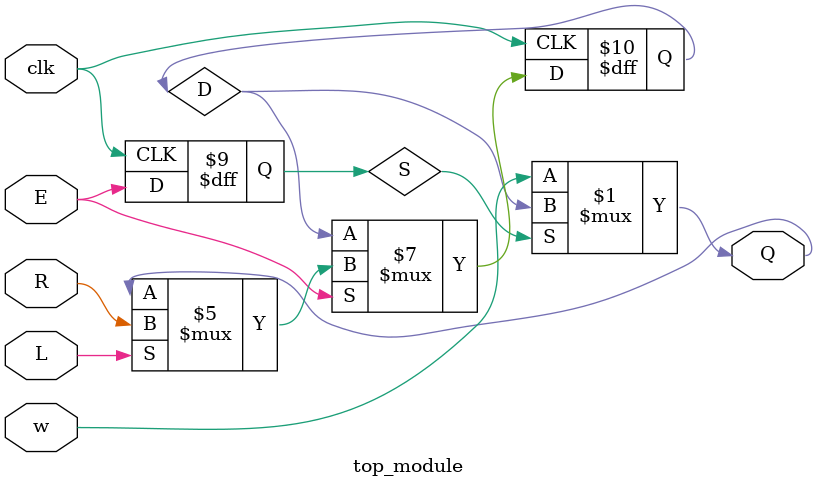
<source format=sv>
module top_module (
	input clk,
	input w,
	input R,
	input E,
	input L,
	output reg Q
);
	// Shift register flip-flop
	reg D;
	
	// MUX for selecting input
	reg S;
	
	// Output multiplexer
	assign Q = S ? D : w;
	
	always @(posedge clk) begin
		if (E) begin
			if (L) begin
				D <= R;
			end else begin
				D <= Q;
			end
		end
	end
	
	always @(posedge clk) begin
		S <= E;
	end
	
endmodule

</source>
